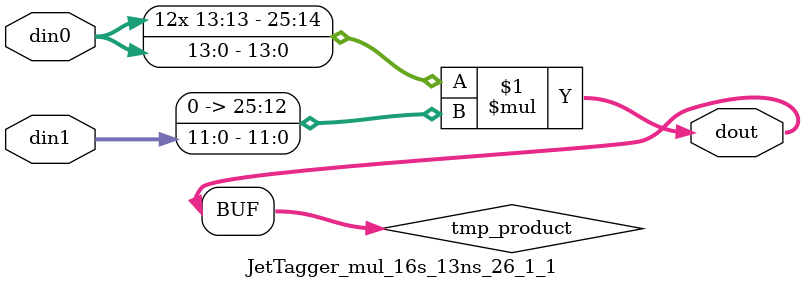
<source format=v>

`timescale 1 ns / 1 ps

  module JetTagger_mul_16s_13ns_26_1_1(din0, din1, dout);
parameter ID = 1;
parameter NUM_STAGE = 0;
parameter din0_WIDTH = 14;
parameter din1_WIDTH = 12;
parameter dout_WIDTH = 26;

input [din0_WIDTH - 1 : 0] din0; 
input [din1_WIDTH - 1 : 0] din1; 
output [dout_WIDTH - 1 : 0] dout;

wire signed [dout_WIDTH - 1 : 0] tmp_product;












assign tmp_product = $signed(din0) * $signed({1'b0, din1});









assign dout = tmp_product;







endmodule

</source>
